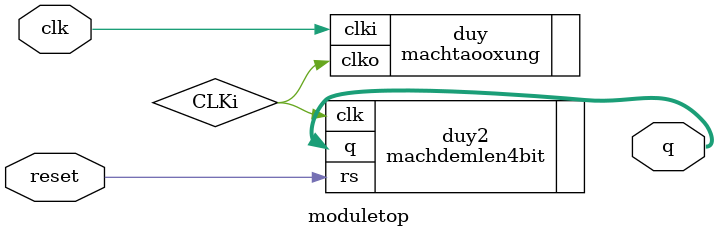
<source format=v>
`timescale 1ns / 1ps
module moduletop(	
input clk,reset,
output[3:0]q);
wire CLKi;
machtaooxung duy(.clki(clk),.clko(CLKi));
machdemlen4bit duy2(.clk(CLKi),.rs(reset),.q(q));
endmodule
  

</source>
